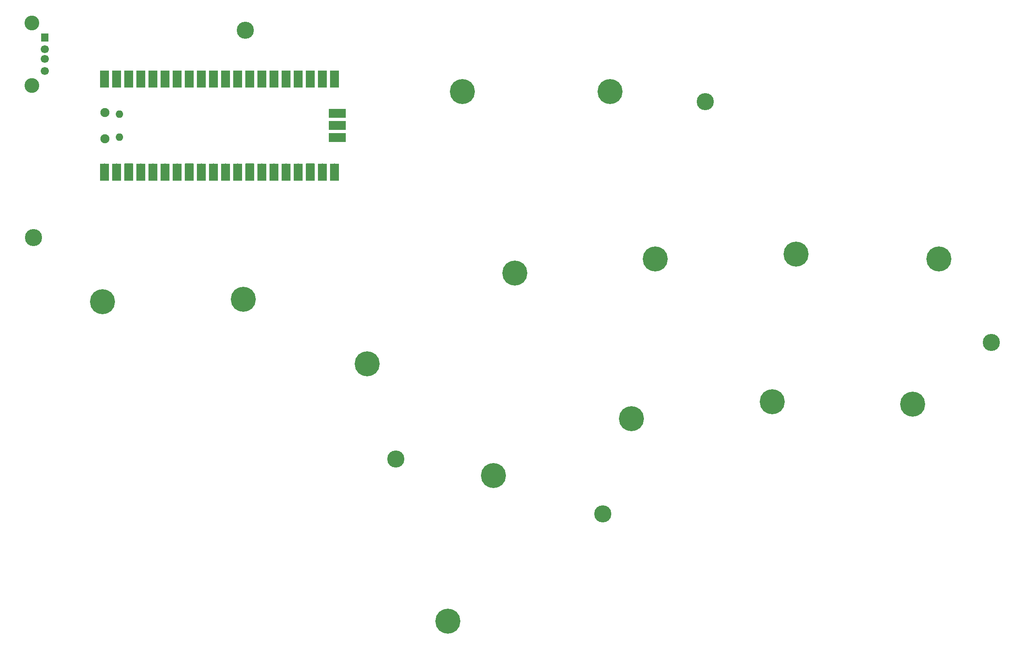
<source format=gbr>
%TF.GenerationSoftware,KiCad,Pcbnew,9.0.2*%
%TF.CreationDate,2025-06-02T22:29:28-04:00*%
%TF.ProjectId,with_usb_wired_v1,77697468-5f75-4736-925f-77697265645f,v1.0.0*%
%TF.SameCoordinates,Original*%
%TF.FileFunction,Soldermask,Top*%
%TF.FilePolarity,Negative*%
%FSLAX46Y46*%
G04 Gerber Fmt 4.6, Leading zero omitted, Abs format (unit mm)*
G04 Created by KiCad (PCBNEW 9.0.2) date 2025-06-02 22:29:28*
%MOMM*%
%LPD*%
G01*
G04 APERTURE LIST*
G04 Aperture macros list*
%AMRoundRect*
0 Rectangle with rounded corners*
0 $1 Rounding radius*
0 $2 $3 $4 $5 $6 $7 $8 $9 X,Y pos of 4 corners*
0 Add a 4 corners polygon primitive as box body*
4,1,4,$2,$3,$4,$5,$6,$7,$8,$9,$2,$3,0*
0 Add four circle primitives for the rounded corners*
1,1,$1+$1,$2,$3*
1,1,$1+$1,$4,$5*
1,1,$1+$1,$6,$7*
1,1,$1+$1,$8,$9*
0 Add four rect primitives between the rounded corners*
20,1,$1+$1,$2,$3,$4,$5,0*
20,1,$1+$1,$4,$5,$6,$7,0*
20,1,$1+$1,$6,$7,$8,$9,0*
20,1,$1+$1,$8,$9,$2,$3,0*%
G04 Aperture macros list end*
%ADD10C,5.250000*%
%ADD11C,3.600000*%
%ADD12RoundRect,0.050000X-0.750000X0.800000X-0.750000X-0.800000X0.750000X-0.800000X0.750000X0.800000X0*%
%ADD13C,1.700000*%
%ADD14C,3.100000*%
%ADD15O,1.900000X1.900000*%
%ADD16O,1.600000X1.600000*%
%ADD17O,1.800000X1.800000*%
%ADD18RoundRect,0.050000X0.850000X-1.750000X0.850000X1.750000X-0.850000X1.750000X-0.850000X-1.750000X0*%
%ADD19RoundRect,0.050000X0.850000X-0.850000X0.850000X0.850000X-0.850000X0.850000X-0.850000X-0.850000X0*%
%ADD20RoundRect,0.050000X1.750000X0.850000X-1.750000X0.850000X-1.750000X-0.850000X1.750000X-0.850000X0*%
G04 APERTURE END LIST*
D10*
%TO.C,S11*%
X313500000Y-163500000D03*
%TD*%
%TO.C,S4*%
X216000000Y-209000000D03*
%TD*%
%TO.C,S7*%
X254500000Y-166500000D03*
%TD*%
%TO.C,S3*%
X199000000Y-155000000D03*
%TD*%
%TO.C,S10*%
X289000000Y-132000000D03*
%TD*%
%TO.C,S2*%
X173000000Y-141500000D03*
%TD*%
%TO.C,S14*%
X250000000Y-97900000D03*
%TD*%
%TO.C,S12*%
X319000000Y-133000000D03*
%TD*%
%TO.C,S5*%
X225500000Y-178500000D03*
%TD*%
%TO.C,S13*%
X219000000Y-97900000D03*
%TD*%
%TO.C,S8*%
X259500000Y-133000000D03*
%TD*%
%TO.C,S1*%
X143500000Y-142000000D03*
%TD*%
%TO.C,S6*%
X230000000Y-136000000D03*
%TD*%
%TO.C,S9*%
X284000000Y-163000000D03*
%TD*%
D11*
%TO.C,REF\u002A\u002A*%
X270000000Y-100000000D03*
%TD*%
D12*
%TO.C,USB*%
X131360000Y-86500000D03*
D13*
X131360000Y-89000000D03*
X131360000Y-91000000D03*
X131360000Y-93500000D03*
D14*
X128650000Y-83430000D03*
X128650000Y-96570000D03*
%TD*%
D11*
%TO.C,REF\u002A\u002A*%
X129000000Y-128500000D03*
%TD*%
%TO.C,REF\u002A\u002A*%
X205000000Y-175000000D03*
%TD*%
D15*
%TO.C,Arduino*%
X144000000Y-107725000D03*
D16*
X147030000Y-107425000D03*
X147030000Y-102575000D03*
D15*
X144000000Y-102275000D03*
D17*
X143870000Y-113890000D03*
D18*
X143870000Y-114790000D03*
D17*
X146410000Y-113890000D03*
D18*
X146410000Y-114790000D03*
D19*
X148950000Y-113890000D03*
D18*
X148950000Y-114790000D03*
D17*
X151490000Y-113890000D03*
D18*
X151490000Y-114790000D03*
D17*
X154030000Y-113890000D03*
D18*
X154030000Y-114790000D03*
D17*
X156570000Y-113890000D03*
D18*
X156570000Y-114790000D03*
D17*
X159110000Y-113890000D03*
D18*
X159110000Y-114790000D03*
D19*
X161650000Y-113890000D03*
D18*
X161650000Y-114790000D03*
D17*
X164190000Y-113890000D03*
D18*
X164190000Y-114790000D03*
D17*
X166730000Y-113890000D03*
D18*
X166730000Y-114790000D03*
D17*
X169270000Y-113890000D03*
D18*
X169270000Y-114790000D03*
D17*
X171810000Y-113890000D03*
D18*
X171810000Y-114790000D03*
D19*
X174350000Y-113890000D03*
D18*
X174350000Y-114790000D03*
D17*
X176890000Y-113890000D03*
D18*
X176890000Y-114790000D03*
D17*
X179430000Y-113890000D03*
D18*
X179430000Y-114790000D03*
D17*
X181970000Y-113890000D03*
D18*
X181970000Y-114790000D03*
D17*
X184510000Y-113890000D03*
D18*
X184510000Y-114790000D03*
D19*
X187050000Y-113890000D03*
D18*
X187050000Y-114790000D03*
D17*
X189590000Y-113890000D03*
D18*
X189590000Y-114790000D03*
D17*
X192130000Y-113890000D03*
D18*
X192130000Y-114790000D03*
D17*
X192130000Y-96110000D03*
D18*
X192130000Y-95210000D03*
D17*
X189590000Y-96110000D03*
D18*
X189590000Y-95210000D03*
D19*
X187050000Y-96110000D03*
D18*
X187050000Y-95210000D03*
D17*
X184510000Y-96110000D03*
D18*
X184510000Y-95210000D03*
D17*
X181970000Y-96110000D03*
D18*
X181970000Y-95210000D03*
D17*
X179430000Y-96110000D03*
D18*
X179430000Y-95210000D03*
D17*
X176890000Y-96110000D03*
D18*
X176890000Y-95210000D03*
D19*
X174350000Y-96110000D03*
D18*
X174350000Y-95210000D03*
D17*
X171810000Y-96110000D03*
D18*
X171810000Y-95210000D03*
D17*
X169270000Y-96110000D03*
D18*
X169270000Y-95210000D03*
D17*
X166730000Y-96110000D03*
D18*
X166730000Y-95210000D03*
D17*
X164190000Y-96110000D03*
D18*
X164190000Y-95210000D03*
D19*
X161650000Y-96110000D03*
D18*
X161650000Y-95210000D03*
D17*
X159110000Y-96110000D03*
D18*
X159110000Y-95210000D03*
D17*
X156570000Y-96110000D03*
D18*
X156570000Y-95210000D03*
D17*
X154030000Y-96110000D03*
D18*
X154030000Y-95210000D03*
D17*
X151490000Y-96110000D03*
D18*
X151490000Y-95210000D03*
D19*
X148950000Y-96110000D03*
D18*
X148950000Y-95210000D03*
D17*
X146410000Y-96110000D03*
D18*
X146410000Y-95210000D03*
D17*
X143870000Y-96110000D03*
D18*
X143870000Y-95210000D03*
D17*
X191900000Y-107540000D03*
D20*
X192800000Y-107540000D03*
D19*
X191900000Y-105000000D03*
D20*
X192800000Y-105000000D03*
D17*
X191900000Y-102460000D03*
D20*
X192800000Y-102460000D03*
%TD*%
D11*
%TO.C,REF\u002A\u002A*%
X173500000Y-85000000D03*
%TD*%
%TO.C,REF\u002A\u002A*%
X330000000Y-150500000D03*
%TD*%
%TO.C,REF\u002A\u002A*%
X248500000Y-186500000D03*
%TD*%
M02*

</source>
